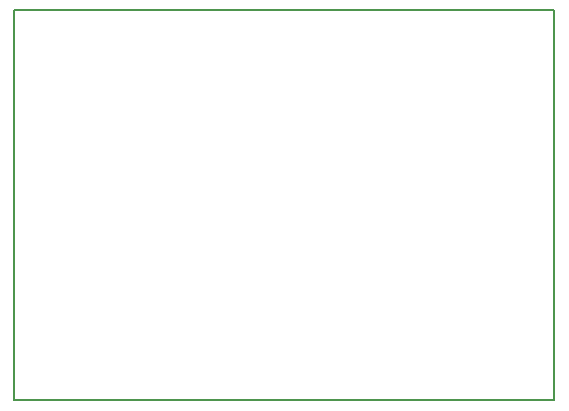
<source format=gm1>
G04 #@! TF.GenerationSoftware,KiCad,Pcbnew,(5.0.1)-3*
G04 #@! TF.CreationDate,2019-09-11T17:54:32+05:30*
G04 #@! TF.ProjectId,kicad-tut,6B696361642D7475742E6B696361645F,v1.0*
G04 #@! TF.SameCoordinates,Original*
G04 #@! TF.FileFunction,Profile,NP*
%FSLAX46Y46*%
G04 Gerber Fmt 4.6, Leading zero omitted, Abs format (unit mm)*
G04 Created by KiCad (PCBNEW (5.0.1)-3) date 09/11/19 17:54:32*
%MOMM*%
%LPD*%
G01*
G04 APERTURE LIST*
%ADD10C,0.150000*%
G04 APERTURE END LIST*
D10*
X166370000Y-110490000D02*
X166370000Y-109220000D01*
X120650000Y-110490000D02*
X166370000Y-110490000D01*
X120650000Y-109220000D02*
X120650000Y-110490000D01*
X120650000Y-77470000D02*
X120650000Y-109220000D01*
X166370000Y-77470000D02*
X120650000Y-77470000D01*
X166370000Y-109220000D02*
X166370000Y-77470000D01*
M02*

</source>
